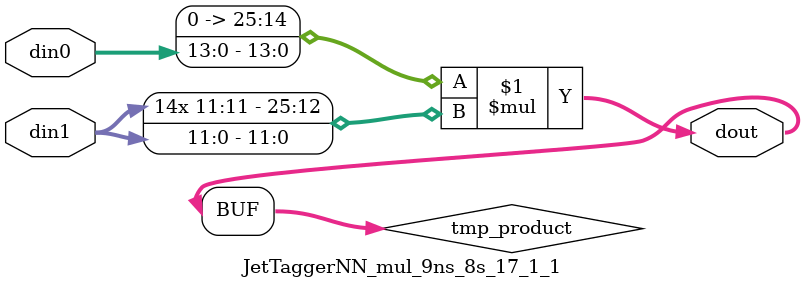
<source format=v>

`timescale 1 ns / 1 ps

  module JetTaggerNN_mul_9ns_8s_17_1_1(din0, din1, dout);
parameter ID = 1;
parameter NUM_STAGE = 0;
parameter din0_WIDTH = 14;
parameter din1_WIDTH = 12;
parameter dout_WIDTH = 26;

input [din0_WIDTH - 1 : 0] din0; 
input [din1_WIDTH - 1 : 0] din1; 
output [dout_WIDTH - 1 : 0] dout;

wire signed [dout_WIDTH - 1 : 0] tmp_product;











assign tmp_product = $signed({1'b0, din0}) * $signed(din1);










assign dout = tmp_product;







endmodule

</source>
